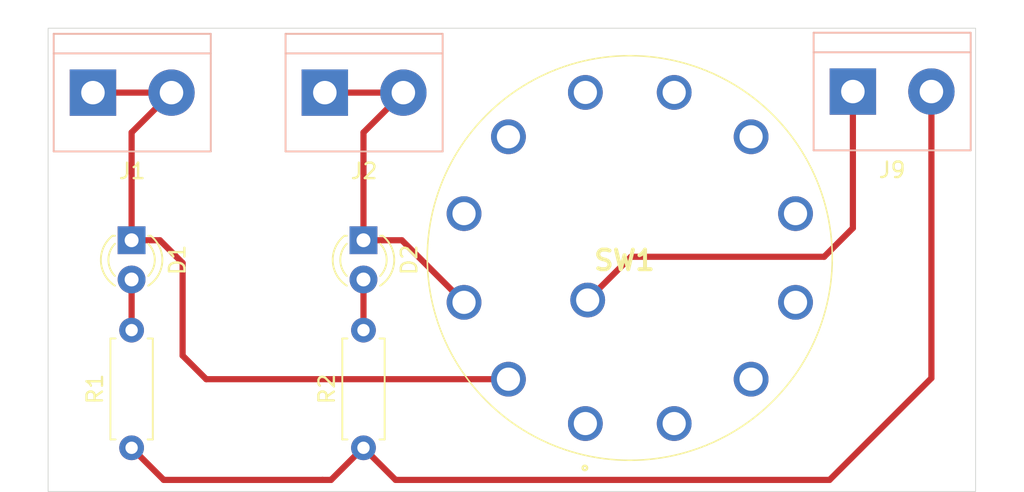
<source format=kicad_pcb>
(kicad_pcb (version 20241229) (generator "pcbnew") (generator_version "9.0")
  (title_block (title "Amp Switcher - 2-way Control Matrix") (date "2025-03-17") (rev "1.0") (comment 3 "SPDX-FileCopyrightText: 2025 Arnaud Ferraris <aferraris@debian.org>") (comment 4 "SPDX-License-Identifier: CERN-OHL-S-2.0+"))
  (layers (0 "F.Cu" signal) (2 "B.Cu" signal) (13 "F.Paste" user) (15 "B.Paste" user) (5 "F.SilkS" user "F.Silkscreen") (7 "B.SilkS" user "B.Silkscreen") (1 "F.Mask" user) (3 "B.Mask" user) (25 "Edge.Cuts" user))
  (net 0 "")
  (net 1 "Net-(D1-K)")
  (net 2 "Net-(D1-A)")
  (net 3 "Net-(D2-A)")
  (net 4 "Net-(D2-K)")
  (net 11 "GND")
  (net 12 "+12V")
  (footprint "Personal_Footprints:CK1059" (layer "F.Cu") (at 94.75422 105.6)
    (property "Reference" "SW1" (at 2.52889 -10.56878 0) (layer "F.SilkS") (effects (font (size 1.27 1.27) (thickness 0.254))))
    (property "Value" "SW_Rotary_1x12" (hide yes))
    (fp_circle (center -0.032 2.875) (end -0.032 2.944) (stroke (width 0.15)) (fill no) (layer "F.SilkS"))
    (fp_circle (center 2.87289 -10.72178) (end 2.87289 2.37822) (stroke (width 0.1)) (fill no) (layer "F.SilkS"))
    (pad "1" thru_hole circle (at 0 0) (size 2.25 2.25) (drill 1.5) (layers "*.Cu" "*.Mask"))
    (pad "2" thru_hole circle (at -4.97599 -2.87289) (size 2.25 2.25) (drill 1.5) (layers "*.Cu" "*.Mask") (net 1 "Net-(D1-K)"))
    (pad "3" thru_hole circle (at -7.84889 -7.84889) (size 2.25 2.25) (drill 1.5) (layers "*.Cu" "*.Mask") (net 4 "Net-(D2-K)"))
    (pad "4" thru_hole circle (at -7.84889 -13.59467) (size 2.25 2.25) (drill 1.5) (layers "*.Cu" "*.Mask"))
    (pad "5" thru_hole circle (at -4.97599 -18.57066) (size 2.25 2.25) (drill 1.5) (layers "*.Cu" "*.Mask"))
    (pad "6" thru_hole circle (at 0 -21.44355) (size 2.25 2.25) (drill 1.5) (layers "*.Cu" "*.Mask"))
    (pad "7" thru_hole circle (at 5.74578 -21.44355) (size 2.25 2.25) (drill 1.5) (layers "*.Cu" "*.Mask"))
    (pad "8" thru_hole circle (at 10.72178 -18.57066) (size 2.25 2.25) (drill 1.5) (layers "*.Cu" "*.Mask"))
    (pad "9" thru_hole circle (at 13.59467 -13.594671) (size 2.25 2.25) (drill 1.5) (layers "*.Cu" "*.Mask"))
    (pad "10" thru_hole circle (at 13.59467 -7.84889) (size 2.25 2.25) (drill 1.5) (layers "*.Cu" "*.Mask"))
    (pad "11" thru_hole circle (at 10.72178 -2.87289) (size 2.25 2.25) (drill 1.5) (layers "*.Cu" "*.Mask"))
    (pad "12" thru_hole circle (at 5.74578 0) (size 2.25 2.25) (drill 1.5) (layers "*.Cu" "*.Mask"))
    (pad "13" thru_hole circle (at 0.15053 -7.99942) (size 2.25 2.25) (drill 1.5) (layers "*.Cu" "*.Mask") (net 11 "GND"))
  )
  (footprint "Resistor_THT:R_Axial_DIN0207_L6.3mm_D2.5mm_P7.62mm_Horizontal" (layer "F.Cu") (at 80.4 107.17 90)
    (property "Reference" "R2" (at 3.81 -2.37 90) (layer "F.SilkS"))
    (property "Value" "680R")
    (fp_line (start 7.08 -1.37) (end 7.08 -1.04) (stroke (width 0.12)) (layer "F.SilkS"))
    (fp_line (start 0.54 -1.37) (end 7.08 -1.37) (stroke (width 0.12)) (layer "F.SilkS"))
    (fp_line (start 0.54 -1.04) (end 0.54 -1.37) (stroke (width 0.12)) (layer "F.SilkS"))
    (fp_line (start 0.54 1.04) (end 0.54 1.37) (stroke (width 0.12)) (layer "F.SilkS"))
    (fp_line (start 7.08 1.37) (end 7.08 1.04) (stroke (width 0.12)) (layer "F.SilkS"))
    (fp_line (start 0.54 1.37) (end 7.08 1.37) (stroke (width 0.12)) (layer "F.SilkS"))
    (pad "1" thru_hole circle (at 0 0 90) (size 1.6 1.6) (drill 0.8) (layers "*.Cu" "*.Mask") (net 12 "+12V"))
    (pad "2" thru_hole oval (at 7.62 0 90) (size 1.6 1.6) (drill 0.8) (layers "*.Cu" "*.Mask") (net 3 "Net-(D2-A)"))
  )
  (footprint "LED_THT:LED_D3.0mm" (layer "F.Cu") (at 80.4 93.73 -90)
    (property "Reference" "D2" (at 1.27 -2.96 90) (layer "F.SilkS"))
    (property "Value" "LED")
    (fp_line (start -0.29 1.08) (end -0.29 1.236) (stroke (width 0.12)) (layer "F.SilkS"))
    (fp_line (start -0.29 -1.236) (end -0.29 -1.08) (stroke (width 0.12)) (layer "F.SilkS"))
    (fp_arc (start 2.941397 1.080061) (mid 1.365624 1.987701) (end -0.29 1.235516) (stroke (width 0.12)) (layer "F.SilkS"))
    (fp_arc (start 2.31091 1.080049) (mid 1.269964 1.5) (end 0.229039 1.08) (stroke (width 0.12)) (layer "F.SilkS"))
    (fp_arc (start 0.229039 -1.08) (mid 1.269964 -1.5) (end 2.31091 -1.080049) (stroke (width 0.12)) (layer "F.SilkS"))
    (fp_arc (start -0.29 -1.235516) (mid 1.365624 -1.987701) (end 2.941397 -1.080061) (stroke (width 0.12)) (layer "F.SilkS"))
    (pad "1" thru_hole rect (at 0 0 270) (size 1.8 1.8) (drill 0.9) (layers "*.Cu" "*.Mask") (net 4 "Net-(D2-K)"))
    (pad "2" thru_hole circle (at 2.54 0 270) (size 1.8 1.8) (drill 0.9) (layers "*.Cu" "*.Mask") (net 3 "Net-(D2-A)"))
  )
  (footprint "MountingHole:MountingHole_3.2mm_M3" (layer "F.Cu") (at 73 95)
    (property "Reference" "H1" (hide yes))
    (property "Value" "MountingHole")
    (pad "" np_thru_hole circle (at 0 0) (size 3.2 3.2) (drill 3.2) (layers "*.Cu" "*.Mask"))
  )
  (footprint "Resistor_THT:R_Axial_DIN0207_L6.3mm_D2.5mm_P7.62mm_Horizontal" (layer "F.Cu") (at 65.4 107.17 90)
    (property "Reference" "R1" (at 3.81 -2.37 90) (layer "F.SilkS"))
    (property "Value" "680R")
    (fp_line (start 7.08 -1.37) (end 7.08 -1.04) (stroke (width 0.12)) (layer "F.SilkS"))
    (fp_line (start 0.54 -1.37) (end 7.08 -1.37) (stroke (width 0.12)) (layer "F.SilkS"))
    (fp_line (start 0.54 -1.04) (end 0.54 -1.37) (stroke (width 0.12)) (layer "F.SilkS"))
    (fp_line (start 0.54 1.04) (end 0.54 1.37) (stroke (width 0.12)) (layer "F.SilkS"))
    (fp_line (start 7.08 1.37) (end 7.08 1.04) (stroke (width 0.12)) (layer "F.SilkS"))
    (fp_line (start 0.54 1.37) (end 7.08 1.37) (stroke (width 0.12)) (layer "F.SilkS"))
    (pad "1" thru_hole circle (at 0 0 90) (size 1.6 1.6) (drill 0.8) (layers "*.Cu" "*.Mask") (net 12 "+12V"))
    (pad "2" thru_hole oval (at 7.62 0 90) (size 1.6 1.6) (drill 0.8) (layers "*.Cu" "*.Mask") (net 2 "Net-(D1-A)"))
  )
  (footprint "LED_THT:LED_D3.0mm" (layer "F.Cu") (at 65.4 93.73 -90)
    (property "Reference" "D1" (at 1.27 -2.96 90) (layer "F.SilkS"))
    (property "Value" "LED")
    (fp_line (start -0.29 1.08) (end -0.29 1.236) (stroke (width 0.12)) (layer "F.SilkS"))
    (fp_line (start -0.29 -1.236) (end -0.29 -1.08) (stroke (width 0.12)) (layer "F.SilkS"))
    (fp_arc (start 2.941397 1.080061) (mid 1.365624 1.987701) (end -0.29 1.235516) (stroke (width 0.12)) (layer "F.SilkS"))
    (fp_arc (start 2.31091 1.080049) (mid 1.269964 1.5) (end 0.229039 1.08) (stroke (width 0.12)) (layer "F.SilkS"))
    (fp_arc (start 0.229039 -1.08) (mid 1.269964 -1.5) (end 2.31091 -1.080049) (stroke (width 0.12)) (layer "F.SilkS"))
    (fp_arc (start -0.29 -1.235516) (mid 1.365624 -1.987701) (end 2.941397 -1.080061) (stroke (width 0.12)) (layer "F.SilkS"))
    (pad "1" thru_hole rect (at 0 0 270) (size 1.8 1.8) (drill 0.9) (layers "*.Cu" "*.Mask") (net 1 "Net-(D1-K)"))
    (pad "2" thru_hole circle (at 2.54 0 270) (size 1.8 1.8) (drill 0.9) (layers "*.Cu" "*.Mask") (net 2 "Net-(D1-A)"))
  )
  (footprint "TerminalBlock:TerminalBlock_bornier-2_P5.08mm" (layer "B.Cu") (at 62.9 84.17)
    (property "Reference" "J1" (at 2.54 5.08 0) (layer "F.SilkS"))
    (property "Value" "Screw_Terminal_01x02")
    (fp_line (start -2.54 -3.81) (end 7.62 -3.81) (stroke (width 0.12)) (layer "B.SilkS"))
    (fp_line (start -2.54 3.81) (end -2.54 -3.81) (stroke (width 0.12)) (layer "B.SilkS"))
    (fp_line (start 7.62 -3.81) (end 7.62 3.81) (stroke (width 0.12)) (layer "B.SilkS"))
    (fp_line (start 7.62 -2.54) (end -2.54 -2.54) (stroke (width 0.12)) (layer "B.SilkS"))
    (fp_line (start 7.62 3.81) (end -2.54 3.81) (stroke (width 0.12)) (layer "B.SilkS"))
    (pad "1" thru_hole rect (at 0 0) (size 3 3) (drill 1.52) (layers "*.Cu" "*.Mask") (net 1 "Net-(D1-K)"))
    (pad "2" thru_hole circle (at 5.08 0) (size 3 3) (drill 1.52) (layers "*.Cu" "*.Mask") (net 1 "Net-(D1-K)"))
  )
  (footprint "TerminalBlock:TerminalBlock_bornier-2_P5.08mm" (layer "B.Cu") (at 77.9 84.17)
    (property "Reference" "J2" (at 2.54 5.08 0) (layer "F.SilkS"))
    (property "Value" "Screw_Terminal_01x02")
    (fp_line (start -2.54 -3.81) (end 7.62 -3.81) (stroke (width 0.12)) (layer "B.SilkS"))
    (fp_line (start -2.54 3.81) (end -2.54 -3.81) (stroke (width 0.12)) (layer "B.SilkS"))
    (fp_line (start 7.62 -3.81) (end 7.62 3.81) (stroke (width 0.12)) (layer "B.SilkS"))
    (fp_line (start 7.62 -2.54) (end -2.54 -2.54) (stroke (width 0.12)) (layer "B.SilkS"))
    (fp_line (start 7.62 3.81) (end -2.54 3.81) (stroke (width 0.12)) (layer "B.SilkS"))
    (pad "1" thru_hole rect (at 0 0) (size 3 3) (drill 1.52) (layers "*.Cu" "*.Mask") (net 4 "Net-(D2-K)"))
    (pad "2" thru_hole circle (at 5.08 0) (size 3 3) (drill 1.52) (layers "*.Cu" "*.Mask") (net 4 "Net-(D2-K)"))
  )
  (footprint "TerminalBlock:TerminalBlock_bornier-2_P5.08mm" (layer "B.Cu") (at 112.06 84.1)
    (property "Reference" "J9" (at 2.54 5.08 0) (layer "F.SilkS"))
    (property "Value" "Screw_Terminal_01x02")
    (fp_line (start -2.54 -3.81) (end 7.62 -3.81) (stroke (width 0.12)) (layer "B.SilkS"))
    (fp_line (start -2.54 3.81) (end -2.54 -3.81) (stroke (width 0.12)) (layer "B.SilkS"))
    (fp_line (start 7.62 -3.81) (end 7.62 3.81) (stroke (width 0.12)) (layer "B.SilkS"))
    (fp_line (start 7.62 -2.54) (end -2.54 -2.54) (stroke (width 0.12)) (layer "B.SilkS"))
    (fp_line (start 7.62 3.81) (end -2.54 3.81) (stroke (width 0.12)) (layer "B.SilkS"))
    (pad "1" thru_hole rect (at 0 0) (size 3 3) (drill 1.52) (layers "*.Cu" "*.Mask") (net 11 "GND"))
    (pad "2" thru_hole circle (at 5.08 0) (size 3 3) (drill 1.52) (layers "*.Cu" "*.Mask") (net 12 "+12V"))
  )
  (gr_rect (start 60 80) (end 120 110) (stroke (width 0.05)) (fill no) (layer "Edge.Cuts"))
  (segment (start 67.98 84.17) (end 65.4 86.75) (width 0.4) (layer "F.Cu") (net 1))
  (segment (start 68.7 95.2) (end 68.7 101.2) (width 0.4) (layer "F.Cu") (net 1))
  (segment (start 65.4 93.73) (end 67.23 93.73) (width 0.4) (layer "F.Cu") (net 1))
  (segment (start 67.23 93.73) (end 68.7 95.2) (width 0.4) (layer "F.Cu") (net 1))
  (segment (start 70.22711 102.72711) (end 89.77823 102.72711) (width 0.4) (layer "F.Cu") (net 1))
  (segment (start 62.9 84.17) (end 67.98 84.17) (width 0.4) (layer "F.Cu") (net 1))
  (segment (start 65.4 86.75) (end 65.4 93.73) (width 0.4) (layer "F.Cu") (net 1))
  (segment (start 68.7 101.2) (end 70.22711 102.72711) (width 0.4) (layer "F.Cu") (net 1))
  (segment (start 65.4 96.27) (end 65.4 99.55) (width 0.4) (layer "F.Cu") (net 2))
  (segment (start 80.4 96.27) (end 80.4 99.55) (width 0.4) (layer "F.Cu") (net 3))
  (segment (start 80.4 86.75) (end 80.4 93.73) (width 0.4) (layer "F.Cu") (net 4))
  (segment (start 82.98 84.17) (end 80.4 86.75) (width 0.4) (layer "F.Cu") (net 4))
  (segment (start 77.9 84.17) (end 82.98 84.17) (width 0.4) (layer "F.Cu") (net 4))
  (segment (start 82.88422 93.73) (end 86.90533 97.75111) (width 0.4) (layer "F.Cu") (net 4))
  (segment (start 80.4 93.73) (end 82.88422 93.73) (width 0.4) (layer "F.Cu") (net 4))
  (segment (start 112.06 92.94) (end 110.2 94.8) (width 0.4) (layer "F.Cu") (net 11))
  (segment (start 112.06 84.1) (end 112.06 92.94) (width 0.4) (layer "F.Cu") (net 11))
  (segment (start 110.2 94.8) (end 97.70533 94.8) (width 0.4) (layer "F.Cu") (net 11))
  (segment (start 97.70533 94.8) (end 94.90475 97.60058) (width 0.4) (layer "F.Cu") (net 11))
  (segment (start 82.479 109.249) (end 110.551 109.249) (width 0.4) (layer "F.Cu") (net 12))
  (segment (start 67.479 109.249) (end 77.75 109.249) (width 0.4) (layer "F.Cu") (net 12))
  (segment (start 117.14 102.66) (end 117.14 84.1) (width 0.4) (layer "F.Cu") (net 12))
  (segment (start 78.301 109.249) (end 80.38 107.17) (width 0.4) (layer "F.Cu") (net 12))
  (segment (start 110.551 109.249) (end 117.14 102.66) (width 0.4) (layer "F.Cu") (net 12))
  (segment (start 80.38 107.17) (end 80.4 107.17) (width 0.4) (layer "F.Cu") (net 12))
  (segment (start 77.75 109.249) (end 78.301 109.249) (width 0.4) (layer "F.Cu") (net 12))
  (segment (start 65.4 107.17) (end 67.479 109.249) (width 0.4) (layer "F.Cu") (net 12))
  (segment (start 80.4 107.17) (end 82.479 109.249) (width 0.4) (layer "F.Cu") (net 12))
)
</source>
